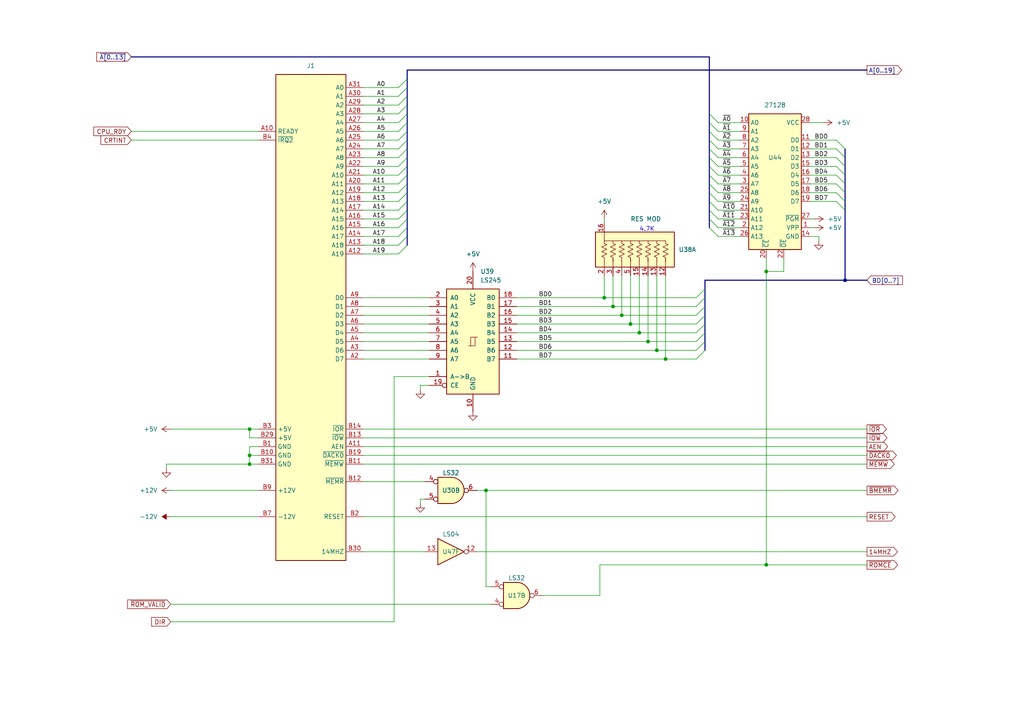
<source format=kicad_sch>
(kicad_sch (version 20230121) (generator eeschema)
  (paper "A4")
  (lib_symbols
    (symbol "74xx:74LS04"
      (property "Reference" "U" (at 0 1.27 0))
      (property "Value" "74LS04" (at 0 -1.27 0))
      (symbol "74LS04_1_0"
        (polyline (pts (xy -3.81 3.81) (xy -3.81 -3.81) (xy 3.81 0) (xy -3.81 3.81)) (stroke (width 0.254)) (fill (type background)))
        (pin input line (at -7.62 0 0) (length 3.81) (name "~") (number "1"))
        (pin output inverted (at 7.62 0 180) (length 3.81) (name "~") (number "2"))
      )
      (symbol "74LS04_2_0"
        (polyline (pts (xy -3.81 3.81) (xy -3.81 -3.81) (xy 3.81 0) (xy -3.81 3.81)) (stroke (width 0.254)) (fill (type background)))
        (pin input line (at -7.62 0 0) (length 3.81) (name "~") (number "3"))
        (pin output inverted (at 7.62 0 180) (length 3.81) (name "~") (number "4"))
      )
      (symbol "74LS04_3_0"
        (polyline (pts (xy -3.81 3.81) (xy -3.81 -3.81) (xy 3.81 0) (xy -3.81 3.81)) (stroke (width 0.254)) (fill (type background)))
        (pin input line (at -7.62 0 0) (length 3.81) (name "~") (number "5"))
        (pin output inverted (at 7.62 0 180) (length 3.81) (name "~") (number "6"))
      )
      (symbol "74LS04_4_0"
        (polyline (pts (xy -3.81 3.81) (xy -3.81 -3.81) (xy 3.81 0) (xy -3.81 3.81)) (stroke (width 0.254)) (fill (type background)))
        (pin output inverted (at 7.62 0 180) (length 3.81) (name "~") (number "8"))
        (pin input line (at -7.62 0 0) (length 3.81) (name "~") (number "9"))
      )
      (symbol "74LS04_5_0"
        (polyline (pts (xy -3.81 3.81) (xy -3.81 -3.81) (xy 3.81 0) (xy -3.81 3.81)) (stroke (width 0.254)) (fill (type background)))
        (pin output inverted (at 7.62 0 180) (length 3.81) (name "~") (number "10"))
        (pin input line (at -7.62 0 0) (length 3.81) (name "~") (number "11"))
      )
      (symbol "74LS04_6_0"
        (polyline (pts (xy -3.81 3.81) (xy -3.81 -3.81) (xy 3.81 0) (xy -3.81 3.81)) (stroke (width 0.254)) (fill (type background)))
        (pin output inverted (at 7.62 0 180) (length 3.81) (name "~") (number "12"))
        (pin input line (at -7.62 0 0) (length 3.81) (name "~") (number "13"))
      )
      (symbol "74LS04_7_0"
        (pin power_in line (at 0 12.7 270) (length 5.08) (name "VCC") (number "14"))
        (pin power_in line (at 0 -12.7 90) (length 5.08) (name "GND") (number "7"))
      )
      (symbol "74LS04_7_1"
        (rectangle (start -5.08 7.62) (end 5.08 -7.62) (stroke (width 0.254)) (fill (type background)))
      )
    )
    (symbol "74xx:74LS245" (pin_names (offset 1.016))
      (property "Reference" "U" (at -7.62 16.51 0))
      (property "Value" "74LS245" (at -7.62 -16.51 0))
      (symbol "74LS245_1_0"
        (polyline (pts (xy -0.635 -1.27) (xy -0.635 1.27) (xy 0.635 1.27)))
        (polyline (pts (xy -1.27 -1.27) (xy 0.635 -1.27) (xy 0.635 1.27) (xy 1.27 1.27)))
        (pin input line (at -12.7 -10.16 0) (length 5.08) (name "A->B") (number "1"))
        (pin power_in line (at 0 -20.32 90) (length 5.08) (name "GND") (number "10"))
        (pin tri_state line (at 12.7 -5.08 180) (length 5.08) (name "B7") (number "11"))
        (pin tri_state line (at 12.7 -2.54 180) (length 5.08) (name "B6") (number "12"))
        (pin tri_state line (at 12.7 0 180) (length 5.08) (name "B5") (number "13"))
        (pin tri_state line (at 12.7 2.54 180) (length 5.08) (name "B4") (number "14"))
        (pin tri_state line (at 12.7 5.08 180) (length 5.08) (name "B3") (number "15"))
        (pin tri_state line (at 12.7 7.62 180) (length 5.08) (name "B2") (number "16"))
        (pin tri_state line (at 12.7 10.16 180) (length 5.08) (name "B1") (number "17"))
        (pin tri_state line (at 12.7 12.7 180) (length 5.08) (name "B0") (number "18"))
        (pin input inverted (at -12.7 -12.7 0) (length 5.08) (name "CE") (number "19"))
        (pin tri_state line (at -12.7 12.7 0) (length 5.08) (name "A0") (number "2"))
        (pin power_in line (at 0 20.32 270) (length 5.08) (name "VCC") (number "20"))
        (pin tri_state line (at -12.7 10.16 0) (length 5.08) (name "A1") (number "3"))
        (pin tri_state line (at -12.7 7.62 0) (length 5.08) (name "A2") (number "4"))
        (pin tri_state line (at -12.7 5.08 0) (length 5.08) (name "A3") (number "5"))
        (pin tri_state line (at -12.7 2.54 0) (length 5.08) (name "A4") (number "6"))
        (pin tri_state line (at -12.7 0 0) (length 5.08) (name "A5") (number "7"))
        (pin tri_state line (at -12.7 -2.54 0) (length 5.08) (name "A6") (number "8"))
        (pin tri_state line (at -12.7 -5.08 0) (length 5.08) (name "A7") (number "9"))
      )
      (symbol "74LS245_1_1"
        (rectangle (start -7.62 15.24) (end 7.62 -15.24) (stroke (width 0.254)) (fill (type background)))
      )
    )
    (symbol "74xx:74LS32" (pin_names (offset 1.016))
      (property "Reference" "U" (at 0 1.27 0))
      (property "Value" "74LS32" (at 0 -1.27 0))
      (symbol "74LS32_1_1"
        (arc (start -3.81 -3.81) (mid -2.589 0) (end -3.81 3.81) (stroke (width 0.254)))
        (arc (start -0.6096 -3.81) (mid 2.1842 -2.5851) (end 3.81 0) (stroke (width 0.254)) (fill (type background)))
        (polyline (pts (xy -3.81 -3.81) (xy -0.635 -3.81)) (stroke (width 0.254)) (fill (type background)))
        (polyline (pts (xy -3.81 3.81) (xy -0.635 3.81)) (stroke (width 0.254)) (fill (type background)))
        (polyline (pts (xy -0.635 3.81) (xy -3.81 3.81) (xy -3.81 3.81) (xy -3.556 3.4036) (xy -3.0226 2.2606) (xy -2.6924 1.0414) (xy -2.6162 -0.254) (xy -2.7686 -1.4986) (xy -3.175 -2.7178) (xy -3.81 -3.81) (xy -3.81 -3.81) (xy -0.635 -3.81)) (stroke (width -25.4)) (fill (type background)))
        (arc (start 3.81 0) (mid 2.1915 2.5936) (end -0.6096 3.81) (stroke (width 0.254)) (fill (type background)))
        (pin input line (at -7.62 2.54 0) (length 4.318) (name "~") (number "1"))
        (pin input line (at -7.62 -2.54 0) (length 4.318) (name "~") (number "2"))
        (pin output line (at 7.62 0 180) (length 3.81) (name "~") (number "3"))
      )
      (symbol "74LS32_1_2"
        (arc (start 0 -3.81) (mid 3.7934 0) (end 0 3.81) (stroke (width 0.254)) (fill (type background)))
        (polyline (pts (xy 0 3.81) (xy -3.81 3.81) (xy -3.81 -3.81) (xy 0 -3.81)) (stroke (width 0.254)) (fill (type background)))
        (pin input inverted (at -7.62 2.54 0) (length 3.81) (name "~") (number "1"))
        (pin input inverted (at -7.62 -2.54 0) (length 3.81) (name "~") (number "2"))
        (pin output inverted (at 7.62 0 180) (length 3.81) (name "~") (number "3"))
      )
      (symbol "74LS32_2_1"
        (arc (start -3.81 -3.81) (mid -2.589 0) (end -3.81 3.81) (stroke (width 0.254)))
        (arc (start -0.6096 -3.81) (mid 2.1842 -2.5851) (end 3.81 0) (stroke (width 0.254)) (fill (type background)))
        (polyline (pts (xy -3.81 -3.81) (xy -0.635 -3.81)) (stroke (width 0.254)) (fill (type background)))
        (polyline (pts (xy -3.81 3.81) (xy -0.635 3.81)) (stroke (width 0.254)) (fill (type background)))
        (polyline (pts (xy -0.635 3.81) (xy -3.81 3.81) (xy -3.81 3.81) (xy -3.556 3.4036) (xy -3.0226 2.2606) (xy -2.6924 1.0414) (xy -2.6162 -0.254) (xy -2.7686 -1.4986) (xy -3.175 -2.7178) (xy -3.81 -3.81) (xy -3.81 -3.81) (xy -0.635 -3.81)) (stroke (width -25.4)) (fill (type background)))
        (arc (start 3.81 0) (mid 2.1915 2.5936) (end -0.6096 3.81) (stroke (width 0.254)) (fill (type background)))
        (pin input line (at -7.62 2.54 0) (length 4.318) (name "~") (number "4"))
        (pin input line (at -7.62 -2.54 0) (length 4.318) (name "~") (number "5"))
        (pin output line (at 7.62 0 180) (length 3.81) (name "~") (number "6"))
      )
      (symbol "74LS32_2_2"
        (arc (start 0 -3.81) (mid 3.7934 0) (end 0 3.81) (stroke (width 0.254)) (fill (type background)))
        (polyline (pts (xy 0 3.81) (xy -3.81 3.81) (xy -3.81 -3.81) (xy 0 -3.81)) (stroke (width 0.254)) (fill (type background)))
        (pin input inverted (at -7.62 2.54 0) (length 3.81) (name "~") (number "4"))
        (pin input inverted (at -7.62 -2.54 0) (length 3.81) (name "~") (number "5"))
        (pin output inverted (at 7.62 0 180) (length 3.81) (name "~") (number "6"))
      )
      (symbol "74LS32_3_1"
        (arc (start -3.81 -3.81) (mid -2.589 0) (end -3.81 3.81) (stroke (width 0.254)))
        (arc (start -0.6096 -3.81) (mid 2.1842 -2.5851) (end 3.81 0) (stroke (width 0.254)) (fill (type background)))
        (polyline (pts (xy -3.81 -3.81) (xy -0.635 -3.81)) (stroke (width 0.254)) (fill (type background)))
        (polyline (pts (xy -3.81 3.81) (xy -0.635 3.81)) (stroke (width 0.254)) (fill (type background)))
        (polyline (pts (xy -0.635 3.81) (xy -3.81 3.81) (xy -3.81 3.81) (xy -3.556 3.4036) (xy -3.0226 2.2606) (xy -2.6924 1.0414) (xy -2.6162 -0.254) (xy -2.7686 -1.4986) (xy -3.175 -2.7178) (xy -3.81 -3.81) (xy -3.81 -3.81) (xy -0.635 -3.81)) (stroke (width -25.4)) (fill (type background)))
        (arc (start 3.81 0) (mid 2.1915 2.5936) (end -0.6096 3.81) (stroke (width 0.254)) (fill (type background)))
        (pin input line (at -7.62 -2.54 0) (length 4.318) (name "~") (number "10"))
        (pin output line (at 7.62 0 180) (length 3.81) (name "~") (number "8"))
        (pin input line (at -7.62 2.54 0) (length 4.318) (name "~") (number "9"))
      )
      (symbol "74LS32_3_2"
        (arc (start 0 -3.81) (mid 3.7934 0) (end 0 3.81) (stroke (width 0.254)) (fill (type background)))
        (polyline (pts (xy 0 3.81) (xy -3.81 3.81) (xy -3.81 -3.81) (xy 0 -3.81)) (stroke (width 0.254)) (fill (type background)))
        (pin input inverted (at -7.62 -2.54 0) (length 3.81) (name "~") (number "10"))
        (pin output inverted (at 7.62 0 180) (length 3.81) (name "~") (number "8"))
        (pin input inverted (at -7.62 2.54 0) (length 3.81) (name "~") (number "9"))
      )
      (symbol "74LS32_4_1"
        (arc (start -3.81 -3.81) (mid -2.589 0) (end -3.81 3.81) (stroke (width 0.254)))
        (arc (start -0.6096 -3.81) (mid 2.1842 -2.5851) (end 3.81 0) (stroke (width 0.254)) (fill (type background)))
        (polyline (pts (xy -3.81 -3.81) (xy -0.635 -3.81)) (stroke (width 0.254)) (fill (type background)))
        (polyline (pts (xy -3.81 3.81) (xy -0.635 3.81)) (stroke (width 0.254)) (fill (type background)))
        (polyline (pts (xy -0.635 3.81) (xy -3.81 3.81) (xy -3.81 3.81) (xy -3.556 3.4036) (xy -3.0226 2.2606) (xy -2.6924 1.0414) (xy -2.6162 -0.254) (xy -2.7686 -1.4986) (xy -3.175 -2.7178) (xy -3.81 -3.81) (xy -3.81 -3.81) (xy -0.635 -3.81)) (stroke (width -25.4)) (fill (type background)))
        (arc (start 3.81 0) (mid 2.1915 2.5936) (end -0.6096 3.81) (stroke (width 0.254)) (fill (type background)))
        (pin output line (at 7.62 0 180) (length 3.81) (name "~") (number "11"))
        (pin input line (at -7.62 2.54 0) (length 4.318) (name "~") (number "12"))
        (pin input line (at -7.62 -2.54 0) (length 4.318) (name "~") (number "13"))
      )
      (symbol "74LS32_4_2"
        (arc (start 0 -3.81) (mid 3.7934 0) (end 0 3.81) (stroke (width 0.254)) (fill (type background)))
        (polyline (pts (xy 0 3.81) (xy -3.81 3.81) (xy -3.81 -3.81) (xy 0 -3.81)) (stroke (width 0.254)) (fill (type background)))
        (pin output inverted (at 7.62 0 180) (length 3.81) (name "~") (number "11"))
        (pin input inverted (at -7.62 2.54 0) (length 3.81) (name "~") (number "12"))
        (pin input inverted (at -7.62 -2.54 0) (length 3.81) (name "~") (number "13"))
      )
      (symbol "74LS32_5_0"
        (pin power_in line (at 0 12.7 270) (length 5.08) (name "VCC") (number "14"))
        (pin power_in line (at 0 -12.7 90) (length 5.08) (name "GND") (number "7"))
      )
      (symbol "74LS32_5_1"
        (rectangle (start -5.08 7.62) (end 5.08 -7.62) (stroke (width 0.254)) (fill (type background)))
      )
    )
    (symbol "EGACard:27C128"
      (property "Reference" "U" (at 5.08 -10.16 0))
      (property "Value" "27C128" (at 1.27 1.27 0))
      (symbol "27C128_1_1"
        (rectangle (start 0 0) (end 15.24 -39.37) (stroke (width 0.254)) (fill (type background)))
        (pin input line (at 17.78 -33.02 180) (length 2.54) (name "VPP") (number "1"))
        (pin input line (at -2.54 -2.54 0) (length 2.54) (name "A0") (number "10"))
        (pin tri_state line (at 17.78 -7.62 180) (length 2.54) (name "D0") (number "11"))
        (pin tri_state line (at 17.78 -10.16 180) (length 2.54) (name "D1") (number "12"))
        (pin tri_state line (at 17.78 -12.7 180) (length 2.54) (name "D2") (number "13"))
        (pin power_in line (at 17.78 -35.56 180) (length 2.54) (name "GND") (number "14"))
        (pin tri_state line (at 17.78 -15.24 180) (length 2.54) (name "D3") (number "15"))
        (pin tri_state line (at 17.78 -17.78 180) (length 2.54) (name "D4") (number "16"))
        (pin tri_state line (at 17.78 -20.32 180) (length 2.54) (name "D5") (number "17"))
        (pin tri_state line (at 17.78 -22.86 180) (length 2.54) (name "D6") (number "18"))
        (pin tri_state line (at 17.78 -25.4 180) (length 2.54) (name "D7") (number "19"))
        (pin input line (at -2.54 -33.02 0) (length 2.54) (name "A12") (number "2"))
        (pin input line (at 5.08 -41.91 90) (length 2.54) (name "~{CE}") (number "20"))
        (pin input line (at -2.54 -27.94 0) (length 2.54) (name "A10") (number "21"))
        (pin input line (at 10.16 -41.91 90) (length 2.54) (name "~{OE}") (number "22"))
        (pin input line (at -2.54 -30.48 0) (length 2.54) (name "A11") (number "23"))
        (pin input line (at -2.54 -25.4 0) (length 2.54) (name "A9") (number "24"))
        (pin input line (at -2.54 -22.86 0) (length 2.54) (name "A8") (number "25"))
        (pin input line (at -2.54 -35.56 0) (length 2.54) (name "A13") (number "26"))
        (pin input line (at 17.78 -30.48 180) (length 2.54) (name "~{PGM}") (number "27"))
        (pin power_in line (at 17.78 -2.54 180) (length 2.54) (name "VCC") (number "28"))
        (pin input line (at -2.54 -20.32 0) (length 2.54) (name "A7") (number "3"))
        (pin input line (at -2.54 -17.78 0) (length 2.54) (name "A6") (number "4"))
        (pin input line (at -2.54 -15.24 0) (length 2.54) (name "A5") (number "5"))
        (pin input line (at -2.54 -12.7 0) (length 2.54) (name "A4") (number "6"))
        (pin input line (at -2.54 -10.16 0) (length 2.54) (name "A3") (number "7"))
        (pin input line (at -2.54 -7.62 0) (length 2.54) (name "A2") (number "8"))
        (pin input line (at -2.54 -5.08 0) (length 2.54) (name "A1") (number "9"))
      )
    )
    (symbol "EGACard:IO_SLOT"
      (property "Reference" "J" (at 1.27 1.27 0))
      (symbol "IO_SLOT_1_1"
        (rectangle (start 0 0) (end 20.32 -140.97) (stroke (width 0.254)) (fill (type background)))
        (pin passive line (at -5.08 -16.51 0) (length 5.08) (name "READY") (number "A10"))
        (pin output line (at 25.4 -107.95 180) (length 5.08) (name "AEN") (number "A11"))
        (pin input line (at 25.4 -52.07 180) (length 5.08) (name "A19") (number "A12"))
        (pin input line (at 25.4 -49.53 180) (length 5.08) (name "A18") (number "A13"))
        (pin input line (at 25.4 -46.99 180) (length 5.08) (name "A17") (number "A14"))
        (pin input line (at 25.4 -44.45 180) (length 5.08) (name "A16") (number "A15"))
        (pin input line (at 25.4 -41.91 180) (length 5.08) (name "A15") (number "A16"))
        (pin input line (at 25.4 -39.37 180) (length 5.08) (name "A14") (number "A17"))
        (pin input line (at 25.4 -36.83 180) (length 5.08) (name "A13") (number "A18"))
        (pin input line (at 25.4 -34.29 180) (length 5.08) (name "A12") (number "A19"))
        (pin bidirectional line (at 25.4 -82.55 180) (length 5.08) (name "D7") (number "A2"))
        (pin input line (at 25.4 -31.75 180) (length 5.08) (name "A11") (number "A20"))
        (pin input line (at 25.4 -29.21 180) (length 5.08) (name "A10") (number "A21"))
        (pin input line (at 25.4 -26.67 180) (length 5.08) (name "A9") (number "A22"))
        (pin input line (at 25.4 -24.13 180) (length 5.08) (name "A8") (number "A23"))
        (pin input line (at 25.4 -21.59 180) (length 5.08) (name "A7") (number "A24"))
        (pin input line (at 25.4 -19.05 180) (length 5.08) (name "A6") (number "A25"))
        (pin input line (at 25.4 -16.51 180) (length 5.08) (name "A5") (number "A26"))
        (pin input line (at 25.4 -13.97 180) (length 5.08) (name "A4") (number "A27"))
        (pin input line (at 25.4 -11.43 180) (length 5.08) (name "A3") (number "A28"))
        (pin input line (at 25.4 -8.89 180) (length 5.08) (name "A2") (number "A29"))
        (pin bidirectional line (at 25.4 -80.01 180) (length 5.08) (name "D6") (number "A3"))
        (pin input line (at 25.4 -6.35 180) (length 5.08) (name "A1") (number "A30"))
        (pin input line (at 25.4 -3.81 180) (length 5.08) (name "A0") (number "A31"))
        (pin bidirectional line (at 25.4 -77.47 180) (length 5.08) (name "D5") (number "A4"))
        (pin bidirectional line (at 25.4 -74.93 180) (length 5.08) (name "D4") (number "A5"))
        (pin bidirectional line (at 25.4 -72.39 180) (length 5.08) (name "D3") (number "A6"))
        (pin bidirectional line (at 25.4 -69.85 180) (length 5.08) (name "D2") (number "A7"))
        (pin bidirectional line (at 25.4 -67.31 180) (length 5.08) (name "D1") (number "A8"))
        (pin bidirectional line (at 25.4 -64.77 180) (length 5.08) (name "D0") (number "A9"))
        (pin power_out line (at -5.08 -107.95 0) (length 5.08) (name "GND") (number "B1"))
        (pin power_out line (at -5.08 -110.49 0) (length 5.08) (name "GND") (number "B10"))
        (pin output line (at 25.4 -113.03 180) (length 5.08) (name "~{MEMW}") (number "B11"))
        (pin output line (at 25.4 -118.11 180) (length 5.08) (name "~{MEMR}") (number "B12"))
        (pin output line (at 25.4 -105.41 180) (length 5.08) (name "~{IOW}") (number "B13"))
        (pin output line (at 25.4 -102.87 180) (length 5.08) (name "~{IOR}") (number "B14"))
        (pin output line (at 25.4 -110.49 180) (length 5.08) (name "~{DACK0}") (number "B19"))
        (pin output line (at 25.4 -128.27 180) (length 5.08) (name "RESET") (number "B2"))
        (pin power_out line (at -5.08 -105.41 0) (length 5.08) (name "+5V") (number "B29"))
        (pin power_out line (at -5.08 -102.87 0) (length 5.08) (name "+5V") (number "B3"))
        (pin output line (at 25.4 -138.43 180) (length 5.08) (name "14MHZ") (number "B30"))
        (pin power_out line (at -5.08 -113.03 0) (length 5.08) (name "GND") (number "B31"))
        (pin passive line (at -5.08 -19.05 0) (length 5.08) (name "~{IRQ2}") (number "B4"))
        (pin power_out line (at -5.08 -128.27 0) (length 5.08) (name "-12V") (number "B7"))
        (pin power_out line (at -5.08 -120.65 0) (length 5.08) (name "+12V") (number "B9"))
      )
    )
    (symbol "EGACard:R_ARRAY_15"
      (property "Reference" "U" (at 6.35 3.81 0))
      (property "Value" "R_ARRAY_15" (at 11.43 1.27 0))
      (symbol "R_ARRAY_15_0_1"
        (polyline (pts (xy 2.54 -10.16) (xy 2.54 -7.62)))
        (polyline (pts (xy 2.54 -2.54) (xy 2.54 -3.302) (xy 3.302 -3.6576) (xy 1.778 -4.318) (xy 3.302 -4.9784) (xy 1.778 -5.6642) (xy 3.302 -6.35) (xy 1.778 -7.0104) (xy 2.54 -7.366) (xy 2.54 -8.636)))
      )
      (symbol "R_ARRAY_15_1_1"
        (polyline (pts (xy 5.08 -10.16) (xy 5.08 -7.62)))
        (polyline (pts (xy 7.62 -10.16) (xy 7.62 -7.62)))
        (polyline (pts (xy 10.16 -10.16) (xy 10.16 -7.62)))
        (polyline (pts (xy 12.7 -10.16) (xy 12.7 -7.62)))
        (polyline (pts (xy 15.24 -10.16) (xy 15.24 -7.62)))
        (polyline (pts (xy 17.78 -10.16) (xy 17.78 -7.62)))
        (polyline (pts (xy 20.32 -10.16) (xy 20.32 -7.62)))
        (polyline (pts (xy 2.54 0) (xy 2.54 -2.54) (xy 20.32 -2.54)))
        (polyline (pts (xy 5.08 -2.54) (xy 5.08 -3.302) (xy 5.842 -3.6576) (xy 4.318 -4.318) (xy 5.842 -4.9784) (xy 4.318 -5.6642) (xy 5.842 -6.35) (xy 4.318 -7.0104) (xy 5.08 -7.366) (xy 5.08 -8.636)))
        (polyline (pts (xy 7.62 -2.54) (xy 7.62 -3.302) (xy 8.382 -3.6576) (xy 6.858 -4.318) (xy 8.382 -4.9784) (xy 6.858 -5.6642) (xy 8.382 -6.35) (xy 6.858 -7.0104) (xy 7.62 -7.366) (xy 7.62 -8.636)))
        (polyline (pts (xy 10.16 -2.54) (xy 10.16 -3.302) (xy 10.922 -3.6576) (xy 9.398 -4.318) (xy 10.922 -4.9784) (xy 9.398 -5.6642) (xy 10.922 -6.35) (xy 9.398 -7.0104) (xy 10.16 -7.366) (xy 10.16 -8.636)))
        (polyline (pts (xy 12.7 -2.54) (xy 12.7 -3.302) (xy 13.462 -3.6576) (xy 11.938 -4.318) (xy 13.462 -4.9784) (xy 11.938 -5.6642) (xy 13.462 -6.35) (xy 11.938 -7.0104) (xy 12.7 -7.366) (xy 12.7 -8.636)))
        (polyline (pts (xy 15.24 -2.54) (xy 15.24 -3.302) (xy 16.002 -3.6576) (xy 14.478 -4.318) (xy 16.002 -4.9784) (xy 14.478 -5.6642) (xy 16.002 -6.35) (xy 14.478 -7.0104) (xy 15.24 -7.366) (xy 15.24 -8.636)))
        (polyline (pts (xy 17.78 -2.54) (xy 17.78 -3.302) (xy 18.542 -3.6576) (xy 17.018 -4.318) (xy 18.542 -4.9784) (xy 17.018 -5.6642) (xy 18.542 -6.35) (xy 17.018 -7.0104) (xy 17.78 -7.366) (xy 17.78 -8.636)))
        (polyline (pts (xy 20.32 -2.54) (xy 20.32 -3.302) (xy 21.082 -3.6576) (xy 19.558 -4.318) (xy 21.082 -4.9784) (xy 19.558 -5.6642) (xy 21.082 -6.35) (xy 19.558 -7.0104) (xy 20.32 -7.366) (xy 20.32 -8.636)))
        (rectangle (start 0 0) (end 22.86 -10.16) (stroke (width 0.254)) (fill (type background)))
        (pin passive line (at 20.32 -12.7 90) (length 2.54) (name "") (number "12"))
        (pin passive line (at 17.78 -12.7 90) (length 2.54) (name "") (number "13"))
        (pin passive line (at 15.24 -12.7 90) (length 2.54) (name "") (number "14"))
        (pin passive line (at 12.7 -12.7 90) (length 2.54) (name "") (number "15"))
        (pin passive line (at 2.54 2.54 270) (length 2.54) (name "") (number "16"))
        (pin passive line (at 2.54 -12.7 90) (length 2.54) (name "") (number "2"))
        (pin passive line (at 5.08 -12.7 90) (length 2.54) (name "") (number "3"))
        (pin passive line (at 7.62 -12.7 90) (length 2.54) (name "") (number "4"))
        (pin passive line (at 10.16 -12.7 90) (length 2.54) (name "") (number "5"))
      )
      (symbol "R_ARRAY_15_2_1"
        (polyline (pts (xy 2.54 -2.54) (xy 2.54 -1.778)))
        (circle (center 2.54 -1.27) (radius 0.508))
        (pin passive line (at 2.54 -12.7 90) (length 2.54) (name "") (number "6"))
      )
      (symbol "R_ARRAY_15_3_1"
        (polyline (pts (xy 2.54 -2.54) (xy 2.54 -1.778)))
        (circle (center 2.54 -1.27) (radius 0.508))
        (pin passive line (at 2.54 -12.7 90) (length 2.54) (name "") (number "7"))
      )
      (symbol "R_ARRAY_15_4_1"
        (polyline (pts (xy 2.54 -2.54) (xy 2.54 -1.778)))
        (circle (center 2.54 -1.27) (radius 0.508))
        (pin passive line (at 2.54 -12.7 90) (length 2.54) (name "") (number "8"))
      )
      (symbol "R_ARRAY_15_5_1"
        (polyline (pts (xy 2.54 -2.54) (xy 2.54 -1.778)))
        (circle (center 2.54 -1.27) (radius 0.508))
        (pin passive line (at 2.54 -12.7 90) (length 2.54) (name "") (number "9"))
      )
      (symbol "R_ARRAY_15_6_1"
        (polyline (pts (xy 2.54 -2.54) (xy 2.54 -1.778)))
        (circle (center 2.54 -1.27) (radius 0.508))
        (pin passive line (at 2.54 -12.7 90) (length 2.54) (name "") (number "11"))
      )
    )
    (symbol "power:+12V" (power) (pin_names (offset 0))
      (property "Value" "+12V" (at 0 3.556 0))
      (symbol "+12V_0_1"
        (polyline (pts (xy -0.762 1.27) (xy 0 2.54)))
        (polyline (pts (xy 0 0) (xy 0 2.54)))
        (polyline (pts (xy 0 2.54) (xy 0.762 1.27)))
      )
      (symbol "+12V_1_1"
        (pin power_in line (at 0 0 90) (length 0) hide (name "+12V") (number "1"))
      )
    )
    (symbol "power:+5V" (power) (pin_names (offset 0))
      (property "Value" "+5V" (at 0 3.556 0))
      (symbol "+5V_0_1"
        (polyline (pts (xy -0.762 1.27) (xy 0 2.54)))
        (polyline (pts (xy 0 0) (xy 0 2.54)))
        (polyline (pts (xy 0 2.54) (xy 0.762 1.27)))
      )
      (symbol "+5V_1_1"
        (pin power_in line (at 0 0 90) (length 0) hide (name "+5V") (number "1"))
      )
    )
    (symbol "power:-12V" (power) (pin_names (offset 0))
      (property "Value" "-12V" (at 0 3.81 0))
      (symbol "-12V_0_0"
        (pin power_in line (at 0 0 90) (length 0) hide (name "-12V") (number "1"))
      )
      (symbol "-12V_0_1"
        (polyline (pts (xy 0 0) (xy 0 1.27) (xy 0.762 1.27) (xy 0 2.54) (xy -0.762 1.27) (xy 0 1.27)) (fill (type outline)))
      )
    )
    (symbol "power:GND" (power) (pin_names (offset 0))
      (property "Value" "GND" (at 0 -3.81 0))
      (symbol "GND_0_1"
        (polyline (pts (xy 0 0) (xy 0 -1.27) (xy 1.27 -1.27) (xy 0 -2.54) (xy -1.27 -1.27) (xy 0 -1.27)))
      )
      (symbol "GND_1_1"
        (pin power_in line (at 0 0 270) (length 0) hide (name "GND") (number "1"))
      )
    )
  )
  (junction (at 222.25 163.83))
  (junction (at 185.42 96.52))
  (junction (at 245.11 81.28))
  (junction (at 140.97 142.24))
  (junction (at 190.5 101.6))
  (junction (at 182.88 93.98))
  (junction (at 177.8 88.9))
  (junction (at 180.34 91.44))
  (junction (at 175.26 86.36))
  (junction (at 72.39 134.62))
  (junction (at 193.04 104.14))
  (junction (at 187.96 99.06))
  (junction (at 222.25 78.74))
  (junction (at 72.39 132.08))
  (junction (at 72.39 124.46))
  (bus_entry (at 208.28 43.18) (size -2.54 -2.54))
  (bus_entry (at 208.28 60.96) (size -2.54 -2.54))
  (bus_entry (at 208.28 53.34) (size -2.54 -2.54))
  (bus_entry (at 242.57 53.34) (size 2.54 2.54))
  (bus_entry (at 115.57 33.02) (size 2.54 -2.54))
  (bus_entry (at 201.93 86.36) (size 2.54 -2.54))
  (bus_entry (at 242.57 43.18) (size 2.54 2.54))
  (bus_entry (at 208.28 48.26) (size -2.54 -2.54))
  (bus_entry (at 242.57 40.64) (size 2.54 2.54))
  (bus_entry (at 115.57 48.26) (size 2.54 -2.54))
  (bus_entry (at 208.28 63.5) (size -2.54 -2.54))
  (bus_entry (at 115.57 25.4) (size 2.54 -2.54))
  (bus_entry (at 115.57 30.48) (size 2.54 -2.54))
  (bus_entry (at 115.57 50.8) (size 2.54 -2.54))
  (bus_entry (at 115.57 66.04) (size 2.54 -2.54))
  (bus_entry (at 208.28 50.8) (size -2.54 -2.54))
  (bus_entry (at 115.57 35.56) (size 2.54 -2.54))
  (bus_entry (at 115.57 45.72) (size 2.54 -2.54))
  (bus_entry (at 201.93 96.52) (size 2.54 -2.54))
  (bus_entry (at 201.93 93.98) (size 2.54 -2.54))
  (bus_entry (at 201.93 99.06) (size 2.54 -2.54))
  (bus_entry (at 201.93 88.9) (size 2.54 -2.54))
  (bus_entry (at 201.93 104.14) (size 2.54 -2.54))
  (bus_entry (at 115.57 71.12) (size 2.54 -2.54))
  (bus_entry (at 208.28 68.58) (size -2.54 -2.54))
  (bus_entry (at 115.57 27.94) (size 2.54 -2.54))
  (bus_entry (at 115.57 55.88) (size 2.54 -2.54))
  (bus_entry (at 201.93 91.44) (size 2.54 -2.54))
  (bus_entry (at 242.57 58.42) (size 2.54 2.54))
  (bus_entry (at 208.28 55.88) (size -2.54 -2.54))
  (bus_entry (at 115.57 63.5) (size 2.54 -2.54))
  (bus_entry (at 242.57 48.26) (size 2.54 2.54))
  (bus_entry (at 208.28 38.1) (size -2.54 -2.54))
  (bus_entry (at 242.57 55.88) (size 2.54 2.54))
  (bus_entry (at 242.57 45.72) (size 2.54 2.54))
  (bus_entry (at 208.28 58.42) (size -2.54 -2.54))
  (bus_entry (at 115.57 58.42) (size 2.54 -2.54))
  (bus_entry (at 115.57 68.58) (size 2.54 -2.54))
  (bus_entry (at 115.57 73.66) (size 2.54 -2.54))
  (bus_entry (at 208.28 40.64) (size -2.54 -2.54))
  (bus_entry (at 242.57 50.8) (size 2.54 2.54))
  (bus_entry (at 208.28 45.72) (size -2.54 -2.54))
  (bus_entry (at 201.93 101.6) (size 2.54 -2.54))
  (bus_entry (at 115.57 38.1) (size 2.54 -2.54))
  (bus_entry (at 115.57 40.64) (size 2.54 -2.54))
  (bus_entry (at 115.57 60.96) (size 2.54 -2.54))
  (bus_entry (at 208.28 66.04) (size -2.54 -2.54))
  (bus_entry (at 115.57 53.34) (size 2.54 -2.54))
  (bus_entry (at 115.57 43.18) (size 2.54 -2.54))
  (bus_entry (at 208.28 35.56) (size -2.54 -2.54))
  (wire (pts (xy 149.86 101.6) (xy 190.5 101.6)))
  (bus (pts (xy 118.11 55.88) (xy 118.11 53.34)))
  (wire (pts (xy 234.95 68.58) (xy 237.49 68.58)))
  (wire (pts (xy 105.41 40.64) (xy 115.57 40.64)))
  (bus (pts (xy 245.11 50.8) (xy 245.11 53.34)))
  (wire (pts (xy 105.41 27.94) (xy 115.57 27.94)))
  (wire (pts (xy 105.41 93.98) (xy 124.46 93.98)))
  (wire (pts (xy 72.39 134.62) (xy 74.93 134.62)))
  (bus (pts (xy 118.11 40.64) (xy 118.11 38.1)))
  (wire (pts (xy 208.28 60.96) (xy 214.63 60.96)))
  (bus (pts (xy 205.74 38.1) (xy 205.74 35.56)))
  (bus (pts (xy 118.11 35.56) (xy 118.11 33.02)))
  (bus (pts (xy 118.11 58.42) (xy 118.11 55.88)))
  (wire (pts (xy 105.41 88.9) (xy 124.46 88.9)))
  (wire (pts (xy 49.53 175.26) (xy 142.24 175.26)))
  (wire (pts (xy 105.41 139.7) (xy 123.19 139.7)))
  (wire (pts (xy 49.53 180.34) (xy 114.3 180.34)))
  (wire (pts (xy 208.28 53.34) (xy 214.63 53.34)))
  (bus (pts (xy 245.11 60.96) (xy 245.11 81.28)))
  (wire (pts (xy 105.41 91.44) (xy 124.46 91.44)))
  (wire (pts (xy 105.41 30.48) (xy 115.57 30.48)))
  (wire (pts (xy 105.41 104.14) (xy 124.46 104.14)))
  (wire (pts (xy 190.5 80.01) (xy 190.5 101.6)))
  (wire (pts (xy 208.28 45.72) (xy 214.63 45.72)))
  (wire (pts (xy 187.96 99.06) (xy 201.93 99.06)))
  (wire (pts (xy 208.28 66.04) (xy 214.63 66.04)))
  (bus (pts (xy 204.47 99.06) (xy 204.47 96.52)))
  (bus (pts (xy 204.47 96.52) (xy 204.47 93.98)))
  (wire (pts (xy 138.43 142.24) (xy 140.97 142.24)))
  (wire (pts (xy 208.28 48.26) (xy 214.63 48.26)))
  (wire (pts (xy 149.86 104.14) (xy 193.04 104.14)))
  (wire (pts (xy 149.86 93.98) (xy 182.88 93.98)))
  (wire (pts (xy 222.25 163.83) (xy 251.46 163.83)))
  (wire (pts (xy 234.95 53.34) (xy 242.57 53.34)))
  (wire (pts (xy 182.88 93.98) (xy 201.93 93.98)))
  (bus (pts (xy 118.11 20.32) (xy 251.46 20.32)))
  (wire (pts (xy 72.39 124.46) (xy 74.93 124.46)))
  (wire (pts (xy 222.25 78.74) (xy 222.25 163.83)))
  (wire (pts (xy 49.53 149.86) (xy 74.93 149.86)))
  (wire (pts (xy 208.28 38.1) (xy 214.63 38.1)))
  (bus (pts (xy 204.47 93.98) (xy 204.47 91.44)))
  (wire (pts (xy 142.24 170.18) (xy 140.97 170.18)))
  (wire (pts (xy 105.41 134.62) (xy 251.46 134.62)))
  (wire (pts (xy 208.28 68.58) (xy 214.63 68.58)))
  (wire (pts (xy 190.5 101.6) (xy 201.93 101.6)))
  (wire (pts (xy 208.28 50.8) (xy 214.63 50.8)))
  (bus (pts (xy 205.74 58.42) (xy 205.74 55.88)))
  (wire (pts (xy 105.41 160.02) (xy 123.19 160.02)))
  (wire (pts (xy 234.95 35.56) (xy 238.76 35.56)))
  (bus (pts (xy 205.74 55.88) (xy 205.74 53.34)))
  (wire (pts (xy 105.41 99.06) (xy 124.46 99.06)))
  (wire (pts (xy 234.95 58.42) (xy 242.57 58.42)))
  (bus (pts (xy 118.11 68.58) (xy 118.11 66.04)))
  (wire (pts (xy 227.33 78.74) (xy 227.33 74.93)))
  (wire (pts (xy 124.46 109.22) (xy 114.3 109.22)))
  (wire (pts (xy 72.39 124.46) (xy 72.39 127)))
  (wire (pts (xy 185.42 96.52) (xy 201.93 96.52)))
  (bus (pts (xy 205.74 60.96) (xy 205.74 58.42)))
  (bus (pts (xy 245.11 55.88) (xy 245.11 58.42)))
  (bus (pts (xy 118.11 38.1) (xy 118.11 35.56)))
  (wire (pts (xy 72.39 132.08) (xy 72.39 134.62)))
  (bus (pts (xy 245.11 53.34) (xy 245.11 55.88)))
  (wire (pts (xy 72.39 129.54) (xy 72.39 132.08)))
  (bus (pts (xy 204.47 91.44) (xy 204.47 88.9)))
  (wire (pts (xy 234.95 50.8) (xy 242.57 50.8)))
  (bus (pts (xy 205.74 66.04) (xy 205.74 63.5)))
  (wire (pts (xy 105.41 73.66) (xy 115.57 73.66)))
  (wire (pts (xy 222.25 163.83) (xy 173.99 163.83)))
  (bus (pts (xy 245.11 45.72) (xy 245.11 48.26)))
  (bus (pts (xy 245.11 48.26) (xy 245.11 50.8)))
  (wire (pts (xy 105.41 58.42) (xy 115.57 58.42)))
  (wire (pts (xy 105.41 129.54) (xy 251.46 129.54)))
  (wire (pts (xy 208.28 43.18) (xy 214.63 43.18)))
  (wire (pts (xy 234.95 43.18) (xy 242.57 43.18)))
  (wire (pts (xy 175.26 80.01) (xy 175.26 86.36)))
  (wire (pts (xy 138.43 160.02) (xy 251.46 160.02)))
  (wire (pts (xy 72.39 132.08) (xy 74.93 132.08)))
  (wire (pts (xy 234.95 55.88) (xy 242.57 55.88)))
  (wire (pts (xy 234.95 40.64) (xy 242.57 40.64)))
  (bus (pts (xy 204.47 81.28) (xy 245.11 81.28)))
  (wire (pts (xy 149.86 88.9) (xy 177.8 88.9)))
  (bus (pts (xy 205.74 48.26) (xy 205.74 45.72)))
  (wire (pts (xy 105.41 35.56) (xy 115.57 35.56)))
  (wire (pts (xy 187.96 80.01) (xy 187.96 99.06)))
  (wire (pts (xy 105.41 53.34) (xy 115.57 53.34)))
  (wire (pts (xy 105.41 63.5) (xy 115.57 63.5)))
  (bus (pts (xy 205.74 53.34) (xy 205.74 50.8)))
  (bus (pts (xy 205.74 50.8) (xy 205.74 48.26)))
  (bus (pts (xy 205.74 33.02) (xy 205.74 16.51)))
  (bus (pts (xy 118.11 63.5) (xy 118.11 60.96)))
  (wire (pts (xy 38.1 38.1) (xy 74.93 38.1)))
  (wire (pts (xy 234.95 48.26) (xy 242.57 48.26)))
  (wire (pts (xy 149.86 99.06) (xy 187.96 99.06)))
  (wire (pts (xy 105.41 66.04) (xy 115.57 66.04)))
  (wire (pts (xy 173.99 172.72) (xy 157.48 172.72)))
  (wire (pts (xy 114.3 109.22) (xy 114.3 180.34)))
  (wire (pts (xy 48.26 135.89) (xy 48.26 134.62)))
  (bus (pts (xy 118.11 71.12) (xy 118.11 68.58)))
  (wire (pts (xy 177.8 80.01) (xy 177.8 88.9)))
  (wire (pts (xy 105.41 60.96) (xy 115.57 60.96)))
  (bus (pts (xy 118.11 45.72) (xy 118.11 43.18)))
  (wire (pts (xy 149.86 91.44) (xy 180.34 91.44)))
  (wire (pts (xy 105.41 43.18) (xy 115.57 43.18)))
  (wire (pts (xy 121.92 144.78) (xy 121.92 146.05)))
  (bus (pts (xy 118.11 30.48) (xy 118.11 27.94)))
  (wire (pts (xy 234.95 45.72) (xy 242.57 45.72)))
  (wire (pts (xy 105.41 33.02) (xy 115.57 33.02)))
  (bus (pts (xy 205.74 45.72) (xy 205.74 43.18)))
  (wire (pts (xy 105.41 25.4) (xy 115.57 25.4)))
  (wire (pts (xy 177.8 88.9) (xy 201.93 88.9)))
  (wire (pts (xy 149.86 86.36) (xy 175.26 86.36)))
  (wire (pts (xy 193.04 80.01) (xy 193.04 104.14)))
  (wire (pts (xy 175.26 63.5) (xy 175.26 64.77)))
  (bus (pts (xy 205.74 63.5) (xy 205.74 60.96)))
  (wire (pts (xy 105.41 45.72) (xy 115.57 45.72)))
  (wire (pts (xy 140.97 142.24) (xy 251.46 142.24)))
  (wire (pts (xy 105.41 68.58) (xy 115.57 68.58)))
  (bus (pts (xy 118.11 53.34) (xy 118.11 50.8)))
  (bus (pts (xy 204.47 83.82) (xy 204.47 81.28)))
  (bus (pts (xy 118.11 27.94) (xy 118.11 25.4)))
  (bus (pts (xy 118.11 22.86) (xy 118.11 20.32)))
  (bus (pts (xy 205.74 43.18) (xy 205.74 40.64)))
  (wire (pts (xy 208.28 55.88) (xy 214.63 55.88)))
  (bus (pts (xy 205.74 35.56) (xy 205.74 33.02)))
  (wire (pts (xy 123.19 144.78) (xy 121.92 144.78)))
  (wire (pts (xy 208.28 63.5) (xy 214.63 63.5)))
  (wire (pts (xy 105.41 55.88) (xy 115.57 55.88)))
  (bus (pts (xy 245.11 43.18) (xy 245.11 45.72)))
  (wire (pts (xy 193.04 104.14) (xy 201.93 104.14)))
  (bus (pts (xy 204.47 101.6) (xy 204.47 99.06)))
  (bus (pts (xy 204.47 88.9) (xy 204.47 86.36)))
  (wire (pts (xy 105.41 101.6) (xy 124.46 101.6)))
  (wire (pts (xy 105.41 38.1) (xy 115.57 38.1)))
  (wire (pts (xy 234.95 66.04) (xy 236.22 66.04)))
  (bus (pts (xy 38.1 16.51) (xy 205.74 16.51)))
  (wire (pts (xy 175.26 86.36) (xy 201.93 86.36)))
  (wire (pts (xy 121.92 113.03) (xy 121.92 111.76)))
  (bus (pts (xy 118.11 43.18) (xy 118.11 40.64)))
  (wire (pts (xy 234.95 63.5) (xy 236.22 63.5)))
  (wire (pts (xy 180.34 91.44) (xy 201.93 91.44)))
  (bus (pts (xy 245.11 81.28) (xy 251.46 81.28)))
  (wire (pts (xy 38.1 40.64) (xy 74.93 40.64)))
  (bus (pts (xy 205.74 40.64) (xy 205.74 38.1)))
  (bus (pts (xy 118.11 33.02) (xy 118.11 30.48)))
  (wire (pts (xy 222.25 74.93) (xy 222.25 78.74)))
  (wire (pts (xy 149.86 96.52) (xy 185.42 96.52)))
  (wire (pts (xy 49.53 142.24) (xy 74.93 142.24)))
  (wire (pts (xy 105.41 48.26) (xy 115.57 48.26)))
  (wire (pts (xy 173.99 163.83) (xy 173.99 172.72)))
  (bus (pts (xy 118.11 25.4) (xy 118.11 22.86)))
  (wire (pts (xy 105.41 124.46) (xy 251.46 124.46)))
  (wire (pts (xy 182.88 80.01) (xy 182.88 93.98)))
  (wire (pts (xy 140.97 142.24) (xy 140.97 170.18)))
  (wire (pts (xy 105.41 127) (xy 251.46 127)))
  (wire (pts (xy 49.53 124.46) (xy 72.39 124.46)))
  (wire (pts (xy 105.41 96.52) (xy 124.46 96.52)))
  (bus (pts (xy 245.11 58.42) (xy 245.11 60.96)))
  (bus (pts (xy 118.11 66.04) (xy 118.11 63.5)))
  (wire (pts (xy 185.42 80.01) (xy 185.42 96.52)))
  (wire (pts (xy 237.49 68.58) (xy 237.49 69.85)))
  (wire (pts (xy 105.41 86.36) (xy 124.46 86.36)))
  (wire (pts (xy 105.41 50.8) (xy 115.57 50.8)))
  (wire (pts (xy 208.28 58.42) (xy 214.63 58.42)))
  (wire (pts (xy 222.25 78.74) (xy 227.33 78.74)))
  (wire (pts (xy 74.93 129.54) (xy 72.39 129.54)))
  (wire (pts (xy 74.93 127) (xy 72.39 127)))
  (bus (pts (xy 118.11 50.8) (xy 118.11 48.26)))
  (wire (pts (xy 105.41 132.08) (xy 251.46 132.08)))
  (wire (pts (xy 180.34 80.01) (xy 180.34 91.44)))
  (wire (pts (xy 208.28 40.64) (xy 214.63 40.64)))
  (wire (pts (xy 105.41 71.12) (xy 115.57 71.12)))
  (wire (pts (xy 105.41 149.86) (xy 251.46 149.86)))
  (bus (pts (xy 118.11 48.26) (xy 118.11 45.72)))
  (wire (pts (xy 208.28 35.56) (xy 214.63 35.56)))
  (wire (pts (xy 48.26 134.62) (xy 72.39 134.62)))
  (bus (pts (xy 118.11 60.96) (xy 118.11 58.42)))
  (wire (pts (xy 121.92 111.76) (xy 124.46 111.76)))
  (bus (pts (xy 204.47 86.36) (xy 204.47 83.82)))
  (text "4.7K" (at 185.42 67.31 0) (effects (font (size 1.27 1.27)) (justify left bottom)))
  (label "A6" (at 111.76 40.64 180))
  (label "~{A5}" (at 209.55 48.26 0))
  (label "BD7" (at 236.22 58.42 0))
  (label "~{A1}" (at 209.55 38.1 0))
  (label "BD5" (at 236.22 53.34 0))
  (label "BD4" (at 156.21 96.52 0))
  (label "BD4" (at 236.22 50.8 0))
  (label "BD0" (at 236.22 40.64 0))
  (label "BD3" (at 236.22 48.26 0))
  (label "A12" (at 111.76 55.88 180))
  (label "BD0" (at 156.21 86.36 0))
  (label "~{A4}" (at 209.55 45.72 0))
  (label "BD2" (at 236.22 45.72 0))
  (label "BD5" (at 156.21 99.06 0))
  (label "~{A7}" (at 209.55 53.34 0))
  (label "A16" (at 111.76 66.04 180))
  (label "A8" (at 111.76 45.72 180))
  (label "~{A12}" (at 209.55 66.04 0))
  (label "~{A0}" (at 209.55 35.56 0))
  (label "A4" (at 111.76 35.56 180))
  (label "~{A11}" (at 209.55 63.5 0))
  (label "A19" (at 111.76 73.66 180))
  (label "A3" (at 111.76 33.02 180))
  (label "A14" (at 111.76 60.96 180))
  (label "A2" (at 111.76 30.48 180))
  (label "BD6" (at 236.22 55.88 0))
  (label "A13" (at 111.76 58.42 180))
  (label "~{A8}" (at 209.55 55.88 0))
  (label "A10" (at 111.76 50.8 180))
  (label "A11" (at 111.76 53.34 180))
  (label "BD6" (at 156.21 101.6 0))
  (label "~{A9}" (at 209.55 58.42 0))
  (label "A5" (at 111.76 38.1 180))
  (label "~{A13}" (at 209.55 68.58 0))
  (label "~{A10}" (at 209.55 60.96 0))
  (label "A15" (at 111.76 63.5 180))
  (label "A9" (at 111.76 48.26 180))
  (label "~{A2}" (at 209.55 40.64 0))
  (label "BD1" (at 236.22 43.18 0))
  (label "A17" (at 111.76 68.58 180))
  (label "A7" (at 111.76 43.18 180))
  (label "BD1" (at 156.21 88.9 0))
  (label "A1" (at 111.76 27.94 180))
  (label "BD3" (at 156.21 93.98 0))
  (label "A0" (at 111.76 25.4 180))
  (label "~{A3}" (at 209.55 43.18 0))
  (label "BD7" (at 156.21 104.14 0))
  (label "A18" (at 111.76 71.12 180))
  (label "~{A6}" (at 209.55 50.8 0))
  (label "BD2" (at 156.21 91.44 0))
  (global_label "~{MEMW}" (shape output) (at 251.46 134.62 0) (property "Intersheetrefs" "${INTERSHEET_REFS}" (at 259.9484 134.62 0) (effects (justify left))))
  (global_label "AEN" (shape output) (at 251.46 129.54 0) (property "Intersheetrefs" "${INTERSHEET_REFS}" (at 258.0133 129.54 0) (effects (justify left))))
  (global_label "14MHZ" (shape output) (at 251.46 160.02 0) (property "Intersheetrefs" "${INTERSHEET_REFS}" (at 260.8556 160.02 0) (effects (justify left))))
  (global_label "~{DACK0}" (shape output) (at 251.46 132.08 0) (property "Intersheetrefs" "${INTERSHEET_REFS}" (at 260.5533 132.08 0) (effects (justify left))))
  (global_label "RESET" (shape output) (at 251.46 149.86 0) (property "Intersheetrefs" "${INTERSHEET_REFS}" (at 260.1903 149.86 0) (effects (justify left))))
  (global_label "~{IOR}" (shape output) (at 251.46 124.46 0) (property "Intersheetrefs" "${INTERSHEET_REFS}" (at 257.6505 124.46 0) (effects (justify left))))
  (global_label "~{ROMCE}" (shape output) (at 251.46 163.83 0) (property "Intersheetrefs" "${INTERSHEET_REFS}" (at 260.9161 163.83 0) (effects (justify left))))
  (global_label "~{IOW}" (shape output) (at 251.46 127 0) (property "Intersheetrefs" "${INTERSHEET_REFS}" (at 257.8319 127 0) (effects (justify left))))
  (global_label "~{A[0..13]}" (shape input) (at 38.1 16.51 180) (property "Intersheetrefs" "${INTERSHEET_REFS}" (at 27.4947 16.51 0) (effects (justify right))))
  (global_label "CRTINT" (shape input) (at 38.1 40.64 180) (property "Intersheetrefs" "${INTERSHEET_REFS}" (at 28.7043 40.64 0) (effects (justify right))))
  (global_label "A[0..19]" (shape output) (at 251.46 20.32 0) (property "Intersheetrefs" "${INTERSHEET_REFS}" (at 262.0653 20.32 0) (effects (justify left))))
  (global_label "~{BMEMR}" (shape output) (at 251.46 142.24 0) (property "Intersheetrefs" "${INTERSHEET_REFS}" (at 261.037 142.24 0) (effects (justify left))))
  (global_label "CPU_RDY" (shape input) (at 38.1 38.1 180) (property "Intersheetrefs" "${INTERSHEET_REFS}" (at 26.6481 38.1 0) (effects (justify right))))
  (global_label "DIR" (shape input) (at 49.53 180.34 180) (property "Intersheetrefs" "${INTERSHEET_REFS}" (at 43.4 180.34 0) (effects (justify right))))
  (global_label "~{ROM_VALID}" (shape input) (at 49.53 175.26 180) (property "Intersheetrefs" "${INTERSHEET_REFS}" (at 36.4452 175.26 0) (effects (justify right))))
  (global_label "BD[0..7]" (shape input) (at 251.46 81.28 0) (property "Intersheetrefs" "${INTERSHEET_REFS}" (at 262.3072 81.28 0) (effects (justify left))))
  (symbol (lib_id "EGACard:IO_SLOT") (at 80.01 21.59 0) (unit 1)
    (property "Reference" "J1" (at 90.17 19.05 0))
    (property "Value" "~" (at 90.17 21.59 0))
    (property "Footprint" "Conn:BUS_PC_8BIT" (effects hide))
    (instances (project "EGACard" (path "" (reference "J1") (unit 1)) (path "" (reference "JB1") (unit 1))))
  )
  (symbol (lib_id "74xx:74LS04") (at 130.81 160.02 0) (unit 6)
    (property "Reference" "U47" (at 130.81 160.02 0))
    (property "Value" "LS04" (at 130.81 154.94 0))
    (property "Footprint" "EGACard:DIP254P762X635-14" (effects hide))
    (property "Datasheet" "http://www.ti.com/lit/gpn/sn74LS04" (effects hide))
  )
  (symbol (lib_id "power:GND") (at 121.92 146.05 0) (unit 1)
    (property "Reference" "#PWR01" (effects hide))
    (property "Value" "GND" (effects hide))
    (instances (project "EGACard" (path "" (reference "#PWR01") (unit 1)) (path "" (reference "#PWR010") (unit 1))))
  )
  (symbol (lib_id "power:GND") (at 121.92 113.03 0) (unit 1)
    (property "Reference" "#PWR01" (effects hide))
    (property "Value" "GND" (effects hide))
    (instances (project "EGACard" (path "" (reference "#PWR01") (unit 1)) (path "" (reference "#PWR03") (unit 1))))
  )
  (symbol (lib_id "74xx:74LS32") (at 130.81 142.24 0) (unit 2) (convert 2)
    (property "Reference" "U30" (at 130.81 142.24 0))
    (property "Value" "LS32" (at 130.81 137.16 0))
    (property "Footprint" "EGACard:DIP254P762X635-14" (effects hide))
    (property "Datasheet" "http://www.ti.com/lit/gpn/sn74LS32" (effects hide))
  )
  (symbol (lib_id "power:+12V") (at 49.53 142.24 90) (unit 1)
    (property "Reference" "#PWR07" (effects hide))
    (property "Value" "+12V" (at 45.72 142.24 90) (effects (justify left)))
  )
  (symbol (lib_id "power:+5V") (at 238.76 35.56 270) (unit 1)
    (property "Reference" "#PWR011" (effects hide))
    (property "Value" "+5V" (at 242.57 35.56 90) (effects (justify left)))
  )
  (symbol (lib_id "power:+5V") (at 175.26 63.5 0) (unit 1)
    (property "Reference" "#PWR09" (effects hide))
    (property "Value" "+5V" (at 175.26 58.42 0))
  )
  (symbol (lib_id "power:+5V") (at 137.16 78.74 0) (unit 1)
    (property "Reference" "#PWR04" (effects hide))
    (property "Value" "+5V" (at 137.16 73.66 0))
  )
  (symbol (lib_id "EGACard:R_ARRAY_15") (at 172.72 67.31 0) (unit 1)
    (property "Reference" "U38" (at 196.85 72.39 0) (effects (justify left)))
    (property "Value" "RES MOD" (at 182.88 63.5 0) (effects (justify left)))
    (property "Footprint" "EGACard:DIP254P762X635-16" (effects hide))
  )
  (symbol (lib_id "power:+5V") (at 236.22 63.5 270) (unit 1)
    (property "Reference" "#PWR012" (effects hide))
    (property "Value" "+5V" (at 240.03 63.5 90) (effects (justify left)))
  )
  (symbol (lib_id "power:-12V") (at 49.53 149.86 90) (unit 1)
    (property "Reference" "#PWR08" (effects hide))
    (property "Value" "-12V" (at 45.72 149.86 90) (effects (justify left)))
  )
  (symbol (lib_id "power:+5V") (at 49.53 124.46 90) (unit 1)
    (property "Reference" "#PWR05" (effects hide))
    (property "Value" "+5V" (at 45.72 124.46 90) (effects (justify left)))
  )
  (symbol (lib_id "power:GND") (at 137.16 119.38 0) (unit 1)
    (property "Reference" "#PWR01" (effects hide))
    (property "Value" "GND" (effects hide))
    (instances (project "EGACard" (path "" (reference "#PWR01") (unit 1)) (path "" (reference "#PWR02") (unit 1))))
  )
  (symbol (lib_id "power:GND") (at 237.49 69.85 0) (unit 1)
    (property "Reference" "#PWR01" (effects hide))
    (property "Value" "GND" (effects hide))
    (instances (project "EGACard" (path "" (reference "#PWR01") (unit 1)) (path "" (reference "#PWR014") (unit 1))))
  )
  (symbol (lib_id "power:+5V") (at 236.22 66.04 270) (unit 1)
    (property "Reference" "#PWR013" (effects hide))
    (property "Value" "+5V" (at 240.03 66.04 90) (effects (justify left)))
  )
  (symbol (lib_id "74xx:74LS245") (at 137.16 99.06 0) (unit 1)
    (property "Reference" "U39" (at 139.3541 78.74 0) (effects (justify left)))
    (property "Value" "LS245" (at 139.3541 81.28 0) (effects (justify left)))
    (property "Footprint" "EGACard:DIP254P762X635-20" (effects hide))
    (property "Datasheet" "http://www.ti.com/lit/gpn/sn74LS245" (effects hide))
  )
  (symbol (lib_id "EGACard:27C128") (at 217.17 33.02 0) (unit 1)
    (property "Reference" "U44" (at 224.79 45.72 0))
    (property "Value" "27128" (at 224.79 30.48 0))
    (property "Footprint" "EGACard:DIP254P1524X635-28" (effects hide))
    (property "Datasheet" "http://ww1.microchip.com/downloads/en/devicedoc/11003L.pdf" (effects hide))
  )
  (symbol (lib_id "power:GND") (at 48.26 135.89 0) (unit 1)
    (property "Reference" "#PWR01" (effects hide))
    (property "Value" "GND" (effects hide))
    (instances (project "EGACard" (path "" (reference "#PWR01") (unit 1)) (path "" (reference "#PWR06") (unit 1))))
  )
  (symbol (lib_id "74xx:74LS32") (at 149.86 172.72 0) (mirror x) (unit 2) (convert 2)
    (property "Reference" "U17" (at 149.86 172.72 0))
    (property "Value" "LS32" (at 149.86 167.64 0))
    (property "Footprint" "EGACard:DIP254P762X635-14" (effects hide))
    (property "Datasheet" "http://www.ti.com/lit/gpn/sn74LS32" (effects hide))
  )
)
</source>
